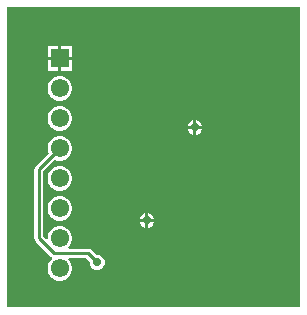
<source format=gbr>
%TF.GenerationSoftware,Altium Limited,Altium Designer,24.4.1 (13)*%
G04 Layer_Physical_Order=2*
G04 Layer_Color=16711680*
%FSLAX45Y45*%
%MOMM*%
%TF.SameCoordinates,912A9E6C-26A1-424A-A32F-7B2CA38D8761*%
%TF.FilePolarity,Positive*%
%TF.FileFunction,Copper,L2,Bot,Signal*%
%TF.Part,Single*%
G01*
G75*
%TA.AperFunction,Conductor*%
%ADD14C,0.25400*%
%TA.AperFunction,ComponentPad*%
%ADD15C,1.55000*%
%ADD16R,1.55000X1.55000*%
%TA.AperFunction,ViaPad*%
%ADD17C,0.71120*%
G36*
X16128999Y3302000D02*
X13652499D01*
Y5842000D01*
X16128999D01*
Y3302000D01*
D02*
G37*
%LPC*%
G36*
X14199899Y5513100D02*
X14109700D01*
Y5422900D01*
X14199899D01*
Y5513100D01*
D02*
G37*
G36*
X14084300D02*
X13994099D01*
Y5422900D01*
X14084300D01*
Y5513100D01*
D02*
G37*
G36*
X14199899Y5397500D02*
X14109700D01*
Y5307300D01*
X14199899D01*
Y5397500D01*
D02*
G37*
G36*
X14084300D02*
X13994099D01*
Y5307300D01*
X14084300D01*
Y5397500D01*
D02*
G37*
G36*
X14110547Y5259100D02*
X14083453D01*
X14057281Y5252088D01*
X14033818Y5238540D01*
X14014661Y5219382D01*
X14001112Y5195918D01*
X13994099Y5169747D01*
Y5142653D01*
X14001112Y5116482D01*
X14014661Y5093018D01*
X14033818Y5073860D01*
X14057281Y5060312D01*
X14083453Y5053300D01*
X14110547D01*
X14136719Y5060312D01*
X14160182Y5073860D01*
X14179340Y5093018D01*
X14192888Y5116482D01*
X14199899Y5142653D01*
Y5169747D01*
X14192888Y5195918D01*
X14179340Y5219382D01*
X14160182Y5238540D01*
X14136719Y5252088D01*
X14110547Y5259100D01*
D02*
G37*
G36*
X15252699Y4886722D02*
Y4838700D01*
X15300722D01*
X15291679Y4860531D01*
X15274532Y4877679D01*
X15252699Y4886722D01*
D02*
G37*
G36*
X15227299D02*
X15205469Y4877679D01*
X15188321Y4860531D01*
X15179279Y4838700D01*
X15227299D01*
Y4886722D01*
D02*
G37*
G36*
X14110547Y5005100D02*
X14083453D01*
X14057281Y4998088D01*
X14033818Y4984540D01*
X14014661Y4965382D01*
X14001112Y4941918D01*
X13994099Y4915747D01*
Y4888653D01*
X14001112Y4862482D01*
X14014661Y4839018D01*
X14033818Y4819860D01*
X14057281Y4806312D01*
X14083453Y4799300D01*
X14110547D01*
X14136719Y4806312D01*
X14160182Y4819860D01*
X14179340Y4839018D01*
X14192888Y4862482D01*
X14199899Y4888653D01*
Y4915747D01*
X14192888Y4941918D01*
X14179340Y4965382D01*
X14160182Y4984540D01*
X14136719Y4998088D01*
X14110547Y5005100D01*
D02*
G37*
G36*
X15300722Y4813300D02*
X15252699D01*
Y4765278D01*
X15274532Y4774321D01*
X15291679Y4791469D01*
X15300722Y4813300D01*
D02*
G37*
G36*
X15227299D02*
X15179279D01*
X15188321Y4791469D01*
X15205469Y4774321D01*
X15227299Y4765278D01*
Y4813300D01*
D02*
G37*
G36*
X14110547Y4751100D02*
X14083453D01*
X14057281Y4744088D01*
X14033818Y4730540D01*
X14014661Y4711382D01*
X14001112Y4687918D01*
X13994099Y4661747D01*
Y4634653D01*
X14001112Y4608482D01*
X14001564Y4607701D01*
X13891731Y4497869D01*
X13883311Y4485266D01*
X13880353Y4470400D01*
Y3886200D01*
X13883311Y3871334D01*
X13891731Y3858732D01*
X14018732Y3731731D01*
X14027753Y3725703D01*
X14028879Y3723630D01*
X14030321Y3714224D01*
X14029919Y3710643D01*
X14014661Y3695382D01*
X14001112Y3671918D01*
X13994099Y3645747D01*
Y3618653D01*
X14001112Y3592482D01*
X14014661Y3569018D01*
X14033818Y3549860D01*
X14057281Y3536312D01*
X14083453Y3529300D01*
X14110547D01*
X14136719Y3536312D01*
X14160182Y3549860D01*
X14179340Y3569018D01*
X14192888Y3592482D01*
X14199899Y3618653D01*
Y3645747D01*
X14192888Y3671918D01*
X14179340Y3695382D01*
X14167068Y3707653D01*
X14172330Y3720353D01*
X14322209D01*
X14353540Y3689023D01*
Y3670874D01*
X14362820Y3648469D01*
X14379968Y3631321D01*
X14402374Y3622040D01*
X14426627D01*
X14449031Y3631321D01*
X14466179Y3648469D01*
X14475459Y3670874D01*
Y3695126D01*
X14466179Y3717531D01*
X14449031Y3734679D01*
X14426627Y3743960D01*
X14408476D01*
X14365768Y3786669D01*
X14353166Y3795089D01*
X14338300Y3798047D01*
X14172330D01*
X14167068Y3810747D01*
X14179340Y3823018D01*
X14192888Y3846482D01*
X14199899Y3872653D01*
Y3899747D01*
X14192888Y3925918D01*
X14179340Y3949382D01*
X14160182Y3968540D01*
X14136719Y3982088D01*
X14110547Y3989100D01*
X14083453D01*
X14057281Y3982088D01*
X14033818Y3968540D01*
X14014661Y3949382D01*
X14001112Y3925918D01*
X13994099Y3899747D01*
Y3884198D01*
X13981400Y3878937D01*
X13958047Y3902291D01*
Y4454309D01*
X14056500Y4552764D01*
X14057281Y4552312D01*
X14083453Y4545300D01*
X14110547D01*
X14136719Y4552312D01*
X14160182Y4565860D01*
X14179340Y4585018D01*
X14192888Y4608482D01*
X14199899Y4634653D01*
Y4661747D01*
X14192888Y4687918D01*
X14179340Y4711382D01*
X14160182Y4730540D01*
X14136719Y4744088D01*
X14110547Y4751100D01*
D02*
G37*
G36*
Y4497100D02*
X14083453D01*
X14057281Y4490088D01*
X14033818Y4476540D01*
X14014661Y4457382D01*
X14001112Y4433918D01*
X13994099Y4407747D01*
Y4380653D01*
X14001112Y4354482D01*
X14014661Y4331018D01*
X14033818Y4311860D01*
X14057281Y4298312D01*
X14083453Y4291300D01*
X14110547D01*
X14136719Y4298312D01*
X14160182Y4311860D01*
X14179340Y4331018D01*
X14192888Y4354482D01*
X14199899Y4380653D01*
Y4407747D01*
X14192888Y4433918D01*
X14179340Y4457382D01*
X14160182Y4476540D01*
X14136719Y4490088D01*
X14110547Y4497100D01*
D02*
G37*
G36*
X14846300Y4099322D02*
Y4051300D01*
X14894322D01*
X14885278Y4073131D01*
X14868130Y4090279D01*
X14846300Y4099322D01*
D02*
G37*
G36*
X14820900D02*
X14799069Y4090279D01*
X14781921Y4073131D01*
X14772878Y4051300D01*
X14820900D01*
Y4099322D01*
D02*
G37*
G36*
X14110547Y4243100D02*
X14083453D01*
X14057281Y4236088D01*
X14033818Y4222540D01*
X14014661Y4203382D01*
X14001112Y4179918D01*
X13994099Y4153747D01*
Y4126653D01*
X14001112Y4100482D01*
X14014661Y4077018D01*
X14033818Y4057860D01*
X14057281Y4044312D01*
X14083453Y4037300D01*
X14110547D01*
X14136719Y4044312D01*
X14160182Y4057860D01*
X14179340Y4077018D01*
X14192888Y4100482D01*
X14199899Y4126653D01*
Y4153747D01*
X14192888Y4179918D01*
X14179340Y4203382D01*
X14160182Y4222540D01*
X14136719Y4236088D01*
X14110547Y4243100D01*
D02*
G37*
G36*
X14894322Y4025900D02*
X14846300D01*
Y3977878D01*
X14868130Y3986921D01*
X14885278Y4004069D01*
X14894322Y4025900D01*
D02*
G37*
G36*
X14820900D02*
X14772878D01*
X14781921Y4004069D01*
X14799069Y3986921D01*
X14820900Y3977878D01*
Y4025900D01*
D02*
G37*
%LPD*%
D14*
X13919200Y4470400D02*
X14097000Y4648200D01*
X13919200Y3886200D02*
X14046201Y3759200D01*
X13919200Y3886200D02*
Y4470400D01*
X14046201Y3759200D02*
X14338300D01*
X14414500Y3683000D01*
D15*
X14097000Y4394200D02*
D03*
Y4648200D02*
D03*
Y4902200D02*
D03*
Y5156200D02*
D03*
Y4140200D02*
D03*
Y3886200D02*
D03*
Y3632200D02*
D03*
D16*
Y5410200D02*
D03*
D17*
X15239999Y4826000D02*
D03*
X14414500Y3683000D02*
D03*
X14833600Y4038600D02*
D03*
%TF.MD5,df04d1ca177775eb8b98913781d3bcd3*%
M02*

</source>
